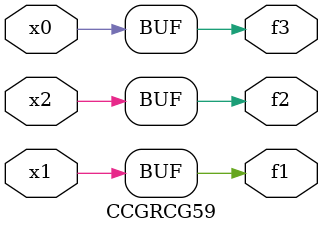
<source format=v>
module CCGRCG59(
	input x0, x1, x2,
	output f1, f2, f3
);
	assign f1 = x1;
	assign f2 = x2;
	assign f3 = x0;
endmodule

</source>
